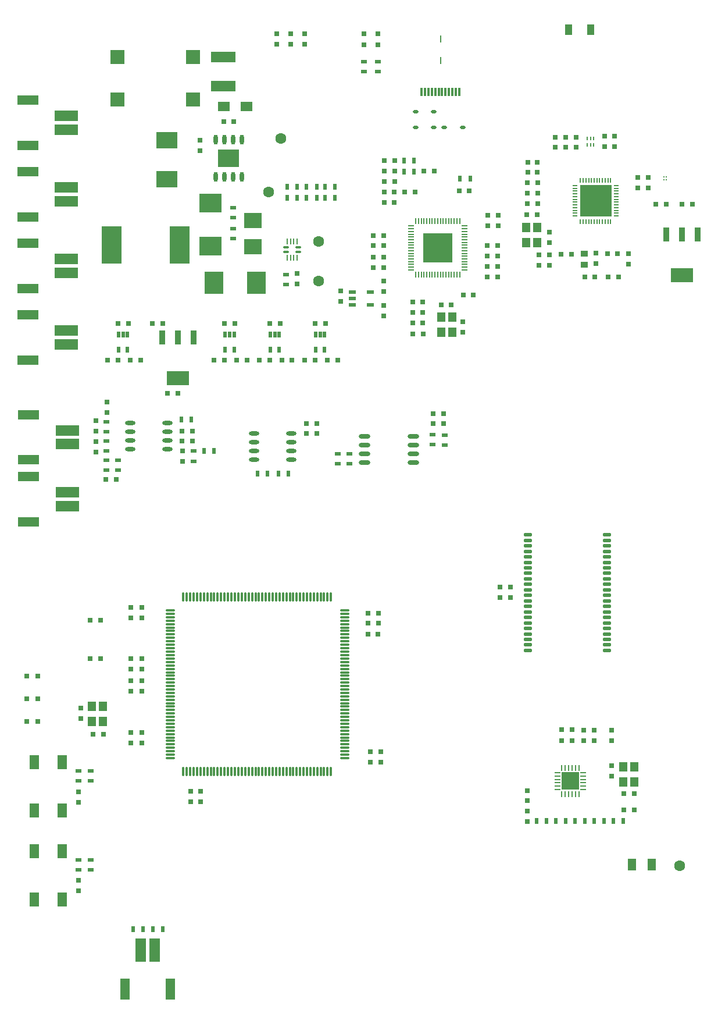
<source format=gtp>
%FSTAX23Y23*%
%MOIN*%
%SFA1B1*%

%IPPOS*%
%ADD22R,0.039400X0.023600*%
%ADD23R,0.031500X0.031500*%
%ADD24R,0.021700X0.035400*%
%ADD25R,0.059100X0.133900*%
%ADD26R,0.055100X0.122000*%
%ADD27R,0.045300X0.055100*%
%ADD28R,0.122000X0.102400*%
%ADD29O,0.023600X0.057100*%
%ADD30C,0.063000*%
%ADD31O,0.059100X0.023600*%
%ADD32R,0.055100X0.078700*%
%ADD33R,0.122000X0.055100*%
%ADD34R,0.133900X0.059100*%
%ADD35R,0.140000X0.060000*%
%ADD36R,0.051200X0.070900*%
%ADD37R,0.035400X0.021700*%
%ADD38R,0.031500X0.031500*%
%ADD39R,0.039400X0.063000*%
%ADD40R,0.078700X0.078700*%
%ADD41R,0.124000X0.094500*%
%ADD42R,0.102400X0.090600*%
%ADD43O,0.033500X0.019700*%
%ADD44R,0.007900X0.039400*%
%ADD45R,0.011800X0.047200*%
%ADD46R,0.071500X0.053500*%
%ADD47R,0.039000X0.035000*%
%ADD48C,0.007900*%
%ADD49R,0.126000X0.110200*%
%ADD50R,0.110200X0.126000*%
%ADD51R,0.019700X0.035400*%
%ADD52R,0.128000X0.084600*%
%ADD53R,0.035400X0.084600*%
%ADD54R,0.169300X0.169300*%
%ADD55O,0.007900X0.033500*%
%ADD56O,0.033500X0.007900*%
%ADD57O,0.011800X0.055100*%
%ADD58O,0.055100X0.011800*%
%ADD59O,0.047200X0.021700*%
%ADD60O,0.007900X0.037400*%
%ADD61O,0.037400X0.013800*%
%ADD62O,0.035400X0.009800*%
%ADD63O,0.009800X0.035400*%
%ADD64R,0.098400X0.098400*%
%ADD65O,0.007900X0.027600*%
%ADD66O,0.027600X0.007900*%
%ADD67R,0.181100X0.181100*%
%ADD68R,0.009800X0.019700*%
%ADD69R,0.114200X0.212600*%
%ADD70O,0.066900X0.023600*%
%LNpch_mainboard-1*%
%LPD*%
G54D22*
X02037Y03997D03*
Y04072D03*
X01935D03*
Y04035D03*
Y03997D03*
G54D23*
X01007Y01151D03*
Y01211D03*
X01066D03*
Y01151D03*
X00507Y01538D03*
X00448D03*
X00131Y0174D03*
Y0187D03*
Y0161D03*
X00068Y0174D03*
Y0187D03*
Y0161D03*
X0043Y0197D03*
X0049D03*
Y0219D03*
X0043D03*
X00581Y02997D03*
X00522D03*
X00875Y0349D03*
X00935D03*
X01143Y03683D03*
X01202D03*
X01272D03*
X01331D03*
X01401D03*
X0146D03*
X0153D03*
X01589D03*
X01663D03*
X01722D03*
X01791D03*
X0185D03*
X01782Y03893D03*
X01723D03*
X01521D03*
X01462D03*
X01262D03*
X01203D03*
X00847D03*
X00788D03*
X00721Y03683D03*
X0065Y03893D03*
X0059D03*
X00592Y03683D03*
X00662D03*
X00533D03*
X01197Y05047D03*
X01256D03*
X02117Y04646D03*
X02176D03*
X02176Y04586D03*
X02117D03*
X02235Y04645D03*
X02295D03*
X02547Y04652D03*
X02606D03*
X03005Y04285D03*
Y04225D03*
X03064D03*
Y04285D03*
X03133Y04288D03*
X03192D03*
X03267Y04158D03*
X03326D03*
X03402D03*
X03461D03*
X03456Y04292D03*
X03397D03*
X03675Y04575D03*
X03735D03*
X03825D03*
X03884D03*
X03439Y04904D03*
X0338D03*
Y04964D03*
X03439D03*
X02997Y04699D03*
X02938D03*
Y04639D03*
X02997D03*
Y04579D03*
X02938D03*
X02935Y04515D03*
X02994D03*
X02629Y04055D03*
X0257D03*
X02503Y03997D03*
X02444D03*
X02339Y04015D03*
X0228D03*
Y03955D03*
X02339D03*
Y03894D03*
X0228D03*
X02281Y03831D03*
X0234D03*
X02345Y04765D03*
X02404D03*
X02177Y04766D03*
X02118D03*
Y04706D03*
X02177D03*
Y04826D03*
X02118D03*
X02083Y02112D03*
X02024D03*
X03135Y01503D03*
X03195D03*
Y01566D03*
X03135D03*
X03492Y01197D03*
X03491Y01104D03*
X0355D03*
X03551Y01197D03*
G54D24*
X00677Y0042D03*
X00735D03*
X0079D03*
X00847D03*
X02991Y0104D03*
X03048D03*
X03101Y0104D03*
X03158D03*
X03211Y0104D03*
X03268D03*
X03321Y0104D03*
X03378D03*
X03431D03*
X03488D03*
X01569Y03033D03*
X01512D03*
X01449D03*
X01391D03*
X01012Y0334D03*
X01085Y0316D03*
X01142D03*
X00955Y0334D03*
X01835Y0461D03*
Y04675D03*
X01777D03*
X0173D03*
X01672D03*
Y0461D03*
X0173D03*
X01777D03*
X01618D03*
X01561D03*
Y04675D03*
X01618D03*
X02231Y0476D03*
Y04825D03*
X02288D03*
Y0476D03*
X02552Y0472D03*
X0261D03*
G54D25*
X00723Y00302D03*
X00802D03*
G54D26*
X00632Y00079D03*
X00892D03*
G54D27*
X00443Y01611D03*
X00506D03*
Y01698D03*
X00443D03*
X02445Y03841D03*
X02508D03*
Y03928D03*
X02445D03*
X02933Y04356D03*
X02996D03*
Y04443D03*
X02933D03*
X03488Y01353D03*
Y01266D03*
X03551D03*
Y01353D03*
G54D28*
X01225Y04837D03*
G54D29*
X012Y0473D03*
X0125D03*
X013D03*
Y04945D03*
X0125D03*
X012D03*
X0115D03*
Y0473D03*
G54D30*
X0174Y04135D03*
Y0436D03*
X01455Y04645D03*
X01525Y0495D03*
X0381Y00785D03*
G54D31*
X01586Y0311D03*
Y0316D03*
Y0321D03*
Y0326D03*
X01373D03*
Y0321D03*
Y0316D03*
Y0311D03*
X00876Y0332D03*
Y0327D03*
Y0322D03*
Y0317D03*
X00663Y0332D03*
Y0327D03*
Y0322D03*
Y0317D03*
G54D32*
X00112Y00592D03*
X0027D03*
Y00867D03*
X00112D03*
X0027Y01102D03*
Y01377D03*
X00112D03*
Y01102D03*
G54D33*
X00078Y02755D03*
Y03014D03*
Y0311D03*
Y03369D03*
X00074Y03682D03*
Y03942D03*
Y04092D03*
Y04352D03*
Y04502D03*
Y04762D03*
Y04912D03*
Y05172D03*
G54D34*
X00301Y02845D03*
Y02924D03*
Y032D03*
Y03279D03*
X00296Y03772D03*
Y03851D03*
Y04182D03*
Y04261D03*
Y04592D03*
Y04671D03*
Y05002D03*
Y05081D03*
G54D35*
X01195Y05253D03*
Y05418D03*
G54D36*
X03539Y0079D03*
X0365D03*
G54D37*
X00365Y0076D03*
X00435D03*
Y00817D03*
X00365D03*
X00435Y0127D03*
Y01327D03*
X00365D03*
Y0127D03*
X01852Y03088D03*
X01917D03*
Y03145D03*
X01852D03*
X02395Y03197D03*
Y03254D03*
X02465Y03253D03*
Y03196D03*
X01555Y04116D03*
Y04173D03*
X0125Y04377D03*
Y04435D03*
Y04497D03*
Y04555D03*
X02Y05336D03*
Y05393D03*
X0208D03*
Y05336D03*
X00525Y03328D03*
Y03271D03*
Y03218D03*
Y03161D03*
Y03108D03*
Y03051D03*
X0059D03*
Y03108D03*
X01025Y03102D03*
Y0316D03*
G54D38*
X00365Y0064D03*
Y007D03*
Y01149D03*
Y01208D03*
X00666Y01488D03*
Y01548D03*
X00729D03*
Y01488D03*
Y01785D03*
Y01845D03*
Y01911D03*
Y01971D03*
X00666D03*
Y01911D03*
Y01845D03*
Y01785D03*
X00377Y01687D03*
Y01628D03*
X00729Y02205D03*
Y02264D03*
X00666D03*
Y02205D03*
X0096Y031D03*
X01019Y03217D03*
Y03276D03*
X00959D03*
Y03217D03*
X0096Y0316D03*
X00527Y03442D03*
Y03383D03*
X00465Y03334D03*
Y03275D03*
Y03215D03*
Y03155D03*
X01617Y04118D03*
Y04177D03*
X01867Y04018D03*
X02055Y04212D03*
X02115Y03994D03*
Y03935D03*
Y04075D03*
Y04135D03*
Y04212D03*
Y04271D03*
Y04337D03*
Y04396D03*
X02055D03*
Y04337D03*
Y04271D03*
X01867Y04077D03*
X02569Y03901D03*
Y03842D03*
X02769Y04159D03*
Y04219D03*
Y04279D03*
Y04339D03*
X02771Y04451D03*
Y0451D03*
X02711D03*
Y04451D03*
X02709Y04339D03*
Y04279D03*
Y04219D03*
Y04159D03*
X03065Y04355D03*
X0333Y04294D03*
Y04235D03*
X03065Y04415D03*
X02996Y04757D03*
X02941D03*
Y04816D03*
X02996D03*
X03099Y049D03*
Y04959D03*
X03159D03*
Y049D03*
X03219D03*
Y04959D03*
X03572Y04668D03*
X03632D03*
Y04727D03*
X03572D03*
X03518Y04291D03*
Y04232D03*
X02458Y03376D03*
Y03317D03*
X02398D03*
Y03376D03*
X0173Y03319D03*
X0167D03*
Y0326D03*
X0173D03*
X02024Y02233D03*
X02084D03*
Y02174D03*
X02024D03*
X02037Y01437D03*
X02097D03*
Y01378D03*
X02037D03*
X02937Y01038D03*
Y01097D03*
X02938Y01157D03*
Y01216D03*
X03261Y01503D03*
X03321D03*
X0342Y01359D03*
Y01299D03*
Y01503D03*
Y01562D03*
X03321D03*
X03261D03*
X02842Y02323D03*
X02782D03*
Y02382D03*
X02842D03*
X01062Y04883D03*
Y04942D03*
X0166Y0549D03*
Y05553D03*
X0158D03*
Y0549D03*
X015D03*
Y05553D03*
X02Y05551D03*
Y05488D03*
X0208D03*
Y05551D03*
G54D39*
X033Y05575D03*
X03174D03*
G54D40*
X01021Y05175D03*
Y05417D03*
X00588D03*
Y05175D03*
G54D41*
X0087Y04718D03*
Y04941D03*
G54D42*
X01365Y0433D03*
Y0448D03*
G54D43*
X02462Y05015D03*
X02567D03*
X02402D03*
Y05105D03*
X02297D03*
Y05015D03*
G54D44*
X0244Y05398D03*
Y0552D03*
G54D45*
X0243Y05217D03*
X02449D03*
X02469D03*
X02489D03*
X02508D03*
X02528D03*
X02548D03*
X0241D03*
X0239D03*
X02371D03*
X02351D03*
X02331D03*
G54D46*
X01327Y05134D03*
X01198D03*
G54D47*
X03265Y04229D03*
Y0429D03*
G54D48*
X0372Y04714D03*
Y0473D03*
X03735D03*
Y04714D03*
G54D49*
X0112Y04335D03*
Y0458D03*
G54D50*
X01385Y04125D03*
X0114D03*
G54D51*
X01725Y0374D03*
X01776D03*
Y03829D03*
X01751D03*
X01725D03*
X01516D03*
X01491D03*
X01516Y0374D03*
X01465Y03829D03*
Y0374D03*
X01258Y03829D03*
X01232D03*
X01206D03*
Y0374D03*
X01258D03*
X00645Y03829D03*
X0062D03*
X00594D03*
Y0374D03*
X00645D03*
G54D52*
X00935Y03579D03*
X03825Y04169D03*
G54D53*
X01025Y0381D03*
X00935D03*
X00844D03*
X03734Y044D03*
X03825D03*
X03915D03*
G54D54*
X02425Y04325D03*
G54D55*
X02425Y04171D03*
X0244D03*
X02456D03*
X02472D03*
X02488D03*
X02503D03*
X02519D03*
X02535D03*
X02551D03*
X02409D03*
X02393D03*
X02377D03*
X02362D03*
X02346D03*
X0233D03*
X02314D03*
X02299D03*
X02425Y04478D03*
X0244D03*
X02456D03*
X02472D03*
X02488D03*
X02503D03*
X02519D03*
X02535D03*
X02551D03*
X02409D03*
X02393D03*
X02377D03*
X02362D03*
X02346D03*
X0233D03*
X02314D03*
X02299D03*
G54D56*
X02578Y04199D03*
Y04214D03*
Y0423D03*
Y04246D03*
Y04262D03*
Y04277D03*
Y04293D03*
Y04309D03*
Y04325D03*
Y0434D03*
Y04356D03*
Y04372D03*
Y04388D03*
Y04403D03*
Y04419D03*
Y04435D03*
Y04451D03*
X02271D03*
Y04435D03*
Y04419D03*
Y04403D03*
Y04388D03*
Y04372D03*
Y04356D03*
Y0434D03*
Y04325D03*
Y04309D03*
Y04293D03*
Y04277D03*
Y04262D03*
Y04246D03*
Y0423D03*
Y04214D03*
Y04199D03*
G54D57*
X00966Y01325D03*
X00986D03*
X01006D03*
X01025D03*
X01045D03*
X01065D03*
X01084D03*
X01104D03*
X01124D03*
X01143D03*
X01163D03*
X01183D03*
X01203D03*
X01222D03*
X01242D03*
X01262D03*
X01281D03*
X01301D03*
X01321D03*
X0134D03*
X0136D03*
X0138D03*
X01399D03*
X01419D03*
X01439D03*
X01458D03*
X01478D03*
X01498D03*
X01518D03*
X01537D03*
X01557D03*
X01577D03*
X01596D03*
X01616D03*
X01636D03*
X01655D03*
X01675D03*
X01695D03*
X01714D03*
X01734D03*
X01754D03*
X01773D03*
X01793D03*
X01813D03*
Y02325D03*
X01793D03*
X01773D03*
X01754D03*
X01734D03*
X01714D03*
X01695D03*
X01675D03*
X01655D03*
X01636D03*
X01616D03*
X01596D03*
X01577D03*
X01557D03*
X01537D03*
X01518D03*
X01498D03*
X01478D03*
X01458D03*
X01439D03*
X01419D03*
X01399D03*
X0138D03*
X0136D03*
X0134D03*
X01321D03*
X01301D03*
X01281D03*
X01262D03*
X01242D03*
X01222D03*
X01203D03*
X01183D03*
X01163D03*
X01143D03*
X01124D03*
X01104D03*
X01084D03*
X01065D03*
X01045D03*
X01025D03*
X01006D03*
X00986D03*
X00966D03*
G54D58*
X0089Y01401D03*
Y01421D03*
Y01441D03*
Y0146D03*
Y0148D03*
Y015D03*
Y01519D03*
Y01539D03*
Y01559D03*
Y01578D03*
Y01598D03*
Y01618D03*
Y01638D03*
Y01657D03*
Y01677D03*
Y01697D03*
Y01716D03*
Y01736D03*
Y01756D03*
Y01775D03*
Y01795D03*
Y01815D03*
Y01834D03*
Y01854D03*
Y01874D03*
Y01893D03*
Y01913D03*
Y01933D03*
Y01953D03*
Y01972D03*
Y01992D03*
Y02012D03*
Y02031D03*
Y02051D03*
Y02071D03*
Y0209D03*
Y0211D03*
Y0213D03*
Y02149D03*
Y02169D03*
Y02189D03*
Y02208D03*
Y02228D03*
Y02248D03*
X0189Y01401D03*
Y01421D03*
Y01441D03*
Y0146D03*
Y0148D03*
Y015D03*
Y01519D03*
Y01539D03*
Y01559D03*
Y01578D03*
Y01598D03*
Y01618D03*
Y01638D03*
Y01657D03*
Y01677D03*
Y01697D03*
Y01716D03*
Y01736D03*
Y01756D03*
Y01775D03*
Y01795D03*
Y01815D03*
Y01834D03*
Y01854D03*
Y01874D03*
Y01893D03*
Y01913D03*
Y01933D03*
Y01953D03*
Y01972D03*
Y01992D03*
Y02012D03*
Y02031D03*
Y02051D03*
Y02071D03*
Y0209D03*
Y0211D03*
Y0213D03*
Y02149D03*
Y02169D03*
Y02189D03*
Y02208D03*
Y02228D03*
Y02248D03*
G54D59*
X02943Y02019D03*
Y0205D03*
Y02082D03*
Y02113D03*
Y02145D03*
Y02176D03*
Y02208D03*
Y02239D03*
Y02271D03*
Y02302D03*
Y02334D03*
Y02365D03*
Y02397D03*
Y02428D03*
Y0246D03*
Y02491D03*
Y02523D03*
Y02554D03*
Y02586D03*
Y02617D03*
Y02649D03*
Y0268D03*
X03396Y02334D03*
Y02302D03*
Y02271D03*
Y02239D03*
Y02208D03*
Y02176D03*
Y02145D03*
Y02113D03*
Y02082D03*
Y0205D03*
Y02019D03*
Y02365D03*
Y02397D03*
Y02428D03*
Y0246D03*
Y02491D03*
Y02523D03*
Y02554D03*
Y02586D03*
Y02617D03*
Y02649D03*
Y0268D03*
G54D60*
X0156Y04267D03*
X0158D03*
X01599D03*
X01619D03*
Y04362D03*
X01599D03*
X0158D03*
X0156Y04362D03*
G54D61*
X01555Y04301D03*
Y04328D03*
X01624D03*
Y04301D03*
G54D62*
X0311Y0122D03*
Y0124D03*
X03259D03*
Y0122D03*
Y0126D03*
Y01279D03*
Y01299D03*
Y01319D03*
X0311D03*
Y01299D03*
Y01279D03*
Y0126D03*
G54D63*
X03135Y01195D03*
X03155D03*
X03175D03*
X03194D03*
X03214D03*
X03234D03*
Y01344D03*
X03214D03*
X03194D03*
X03175D03*
X03155D03*
X03135D03*
G54D64*
X03185Y0127D03*
G54D65*
X03353Y04476D03*
X03369D03*
X03385D03*
X034D03*
X03416D03*
X03337D03*
X03322D03*
X03306D03*
X0329D03*
X03274D03*
X03259D03*
X03243D03*
X03353Y04713D03*
X03369D03*
X03385D03*
X034D03*
X03416D03*
X03337D03*
X03322D03*
X03306D03*
X0329D03*
X03274D03*
X03259D03*
X03243D03*
G54D66*
X03448Y04508D03*
Y04524D03*
Y04539D03*
Y04555D03*
Y04571D03*
Y04587D03*
Y04602D03*
Y04618D03*
Y04634D03*
Y0465D03*
Y04665D03*
Y04681D03*
X03211D03*
Y04665D03*
Y0465D03*
Y04634D03*
Y04618D03*
Y04602D03*
Y04587D03*
Y04571D03*
Y04555D03*
Y04539D03*
Y04524D03*
Y04508D03*
G54D67*
X0333Y04595D03*
G54D68*
X0328Y04915D03*
X033D03*
X03319D03*
Y0495D03*
X033D03*
X0328D03*
G54D69*
X00945Y0434D03*
X00555D03*
G54D70*
X02284Y03095D03*
Y03145D03*
Y03195D03*
Y03245D03*
X02005D03*
Y03195D03*
Y03145D03*
Y03095D03*
M02*
</source>
